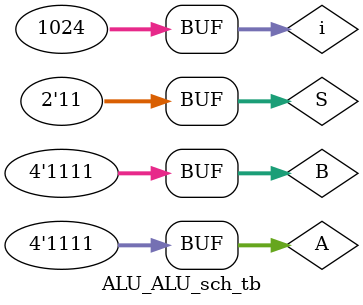
<source format=v>
`include "./adder/ALU.v"

`timescale 1ns / 1ps

module ALU_ALU_sch_tb();

// Inputs
   reg [1:0] S;
   reg [3:0] A;
   reg [3:0] B;

// Output
   wire [3:0] C;
   wire Co;

// Bidirs

// Instantiate the UUT
   ALU UUT (
		.S(S), 
		.A(A), 
		.B(B), 
		.C(C), 
		.Co(Co)
   );

   initial begin
$dumpfile("ALU_sim.vcd"); $dumpvars(0, ALU_ALU_sch_tb);   
   end

// Initialize Inputs
   integer i;
   initial begin
		S = 0;
		A = 0;
		B = 0;

      for (i = 0; i < 1024; i = i + 1) begin
         #10;
         {S, A, B} = i;
      end
   end
endmodule

</source>
